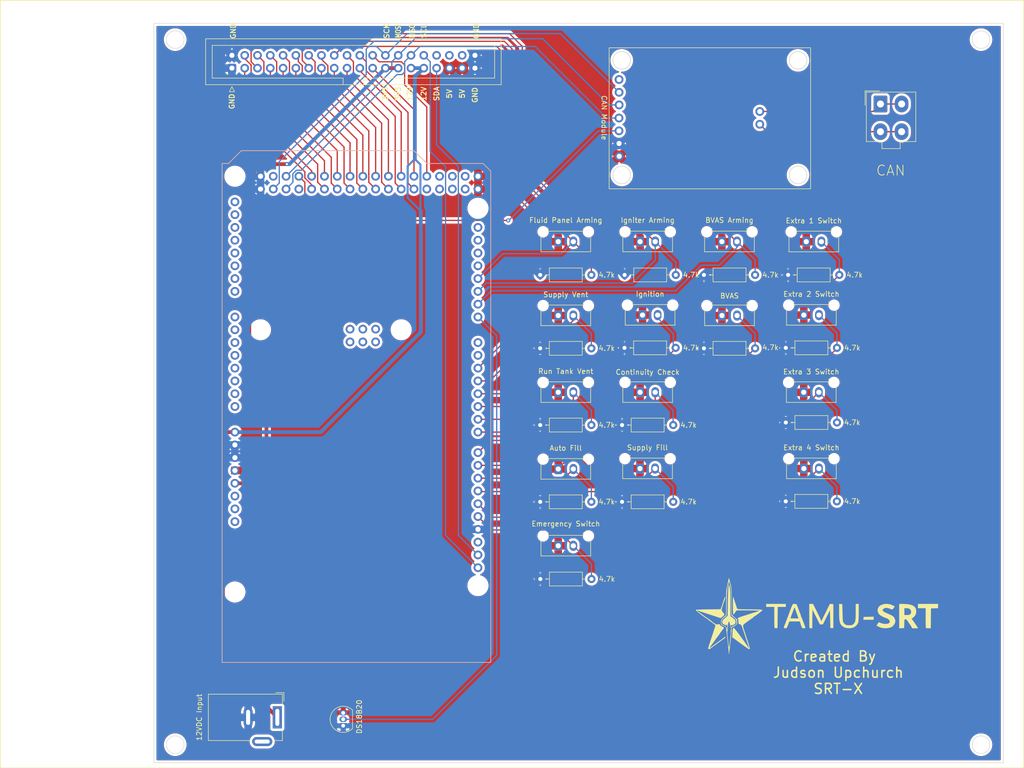
<source format=kicad_pcb>
(kicad_pcb (version 20211014) (generator pcbnew)

  (general
    (thickness 1.6)
  )

  (paper "A4")
  (layers
    (0 "F.Cu" signal)
    (31 "B.Cu" signal)
    (32 "B.Adhes" user "B.Adhesive")
    (33 "F.Adhes" user "F.Adhesive")
    (34 "B.Paste" user)
    (35 "F.Paste" user)
    (36 "B.SilkS" user "B.Silkscreen")
    (37 "F.SilkS" user "F.Silkscreen")
    (38 "B.Mask" user)
    (39 "F.Mask" user)
    (40 "Dwgs.User" user "User.Drawings")
    (41 "Cmts.User" user "User.Comments")
    (42 "Eco1.User" user "User.Eco1")
    (43 "Eco2.User" user "User.Eco2")
    (44 "Edge.Cuts" user)
    (45 "Margin" user)
    (46 "B.CrtYd" user "B.Courtyard")
    (47 "F.CrtYd" user "F.Courtyard")
    (48 "B.Fab" user)
    (49 "F.Fab" user)
    (50 "User.1" user)
    (51 "User.2" user)
    (52 "User.3" user)
    (53 "User.4" user)
    (54 "User.5" user)
    (55 "User.6" user)
    (56 "User.7" user)
    (57 "User.8" user)
    (58 "User.9" user)
  )

  (setup
    (stackup
      (layer "F.SilkS" (type "Top Silk Screen"))
      (layer "F.Paste" (type "Top Solder Paste"))
      (layer "F.Mask" (type "Top Solder Mask") (thickness 0.01))
      (layer "F.Cu" (type "copper") (thickness 0.035))
      (layer "dielectric 1" (type "core") (thickness 1.51) (material "FR4") (epsilon_r 4.5) (loss_tangent 0.02))
      (layer "B.Cu" (type "copper") (thickness 0.035))
      (layer "B.Mask" (type "Bottom Solder Mask") (thickness 0.01))
      (layer "B.Paste" (type "Bottom Solder Paste"))
      (layer "B.SilkS" (type "Bottom Silk Screen"))
      (copper_finish "None")
      (dielectric_constraints no)
    )
    (pad_to_mask_clearance 0)
    (pcbplotparams
      (layerselection 0x00010fc_ffffffff)
      (disableapertmacros false)
      (usegerberextensions true)
      (usegerberattributes true)
      (usegerberadvancedattributes true)
      (creategerberjobfile false)
      (svguseinch false)
      (svgprecision 6)
      (excludeedgelayer true)
      (plotframeref false)
      (viasonmask false)
      (mode 1)
      (useauxorigin false)
      (hpglpennumber 1)
      (hpglpenspeed 20)
      (hpglpendiameter 15.000000)
      (dxfpolygonmode true)
      (dxfimperialunits true)
      (dxfusepcbnewfont true)
      (psnegative false)
      (psa4output false)
      (plotreference true)
      (plotvalue true)
      (plotinvisibletext false)
      (sketchpadsonfab false)
      (subtractmaskfromsilk true)
      (outputformat 1)
      (mirror false)
      (drillshape 0)
      (scaleselection 1)
      (outputdirectory "Gerber Files/")
    )
  )

  (net 0 "")
  (net 1 "+5V")
  (net 2 "GND")
  (net 3 "CAN CS")
  (net 4 "MISO")
  (net 5 "MOSI")
  (net 6 "SCK")
  (net 7 "unconnected-(CM1-Pad7)")
  (net 8 "CANL")
  (net 9 "CANH")
  (net 10 "+12V")
  (net 11 "BVAS Relay LED")
  (net 12 "BVAS LED")
  (net 13 "BVAS Armed Line")
  (net 14 "Run Vent Relay LED")
  (net 15 "Igniter Continuity LED")
  (net 16 "Run Vent LED")
  (net 17 "Igniter LED")
  (net 18 "Supply Vent Relay LED")
  (net 19 "Igniter Relay LED")
  (net 20 "Supply Fill Relay LED")
  (net 21 "Igniter Armed Line")
  (net 22 "unconnected-(XA1-PadRST2)")
  (net 23 "unconnected-(XA1-PadGND4)")
  (net 24 "unconnected-(XA1-PadMOSI)")
  (net 25 "unconnected-(XA1-PadSCK)")
  (net 26 "unconnected-(XA1-Pad5V2)")
  (net 27 "unconnected-(XA1-PadA0)")
  (net 28 "Supply Fill LED")
  (net 29 "Supply Vent LED")
  (net 30 "unconnected-(XA1-PadRST1)")
  (net 31 "unconnected-(XA1-PadIORF)")
  (net 32 "unconnected-(XA1-PadD21)")
  (net 33 "unconnected-(XA1-PadD20)")
  (net 34 "unconnected-(XA1-PadD19)")
  (net 35 "unconnected-(XA1-PadD18)")
  (net 36 "unconnected-(XA1-PadD0)")
  (net 37 "unconnected-(XA1-PadD1)")
  (net 38 "SCL")
  (net 39 "SDA")
  (net 40 "unconnected-(XA1-PadAREF)")
  (net 41 "Auto Fill LED")
  (net 42 "unconnected-(XA1-PadA1)")
  (net 43 "unconnected-(XA1-PadA2)")
  (net 44 "unconnected-(XA1-PadA3)")
  (net 45 "unconnected-(XA1-PadA4)")
  (net 46 "unconnected-(XA1-PadA5)")
  (net 47 "unconnected-(XA1-PadA6)")
  (net 48 "unconnected-(XA1-PadA7)")
  (net 49 "unconnected-(XA1-PadA8)")
  (net 50 "unconnected-(XA1-PadA9)")
  (net 51 "unconnected-(XA1-PadA10)")
  (net 52 "unconnected-(XA1-PadA11)")
  (net 53 "unconnected-(XA1-PadA12)")
  (net 54 "unconnected-(XA1-PadA13)")
  (net 55 "unconnected-(XA1-PadA14)")
  (net 56 "unconnected-(XA1-PadA15)")
  (net 57 "AB COMMS LED")
  (net 58 "Engine Node COMMS LED")
  (net 59 "+3V3")
  (net 60 "Actuator Box Temp 4 Digit")
  (net 61 "4 Digit CLK")
  (net 62 "unconnected-(XA1-PadD53)")
  (net 63 "Control Box Temp 4 Digit")
  (net 64 "unconnected-(XA1-PadMISO)")
  (net 65 "Supply Vent SW")
  (net 66 "Supply Fill SW")
  (net 67 "Run Tank Vent SW")
  (net 68 "Auto Fill SW")
  (net 69 "BVAS SW")
  (net 70 "Continuity SW")
  (net 71 "Ignition SW")
  (net 72 "Emergency SW")
  (net 73 "Extra 1 SW")
  (net 74 "Extra 2 SW")
  (net 75 "Extra 3 SW")
  (net 76 "Extra 4 SW")
  (net 77 "Temp Sensor")
  (net 78 "unconnected-(XA1-PadD25)")
  (net 79 "unconnected-(XA1-PadD26)")
  (net 80 "unconnected-(XA1-PadD27)")
  (net 81 "unconnected-(XA1-PadD28)")
  (net 82 "unconnected-(XA1-PadD48)")
  (net 83 "unconnected-(XA1-PadD22)")
  (net 84 "unconnected-(XA1-PadD23)")
  (net 85 "unconnected-(XA1-PadD24)")
  (net 86 "Fluid Panel Armed Line")
  (net 87 "D36")
  (net 88 "D34")
  (net 89 "D35")
  (net 90 "D33")
  (net 91 "D31")

  (footprint "Resistor_THT:R_Axial_DIN0207_L6.3mm_D2.5mm_P10.16mm_Horizontal" (layer "F.Cu") (at 157.48 112.776))

  (footprint "Connector_Molex:Molex_Micro-Fit_3.0_43650-0215_1x02_P3.00mm_Vertical" (layer "F.Cu") (at 161.036 106.172))

  (footprint "Resistor_THT:R_Axial_DIN0207_L6.3mm_D2.5mm_P10.16mm_Horizontal" (layer "F.Cu") (at 157.988 67.725))

  (footprint "Connector_Molex:Molex_Micro-Fit_3.0_43650-0215_1x02_P3.00mm_Vertical" (layer "F.Cu") (at 144.804 75.785))

  (footprint "Resistor_THT:R_Axial_DIN0207_L6.3mm_D2.5mm_P10.16mm_Horizontal" (layer "F.Cu") (at 189.992 97.028))

  (footprint "Resistor_THT:R_Axial_DIN0207_L6.3mm_D2.5mm_P10.16mm_Horizontal" (layer "F.Cu") (at 190.452 67.725))

  (footprint "Package_TO_SOT_THT:TO-92_Inline" (layer "F.Cu") (at 102.108 157.226 90))

  (footprint "Connector_Molex:Molex_Micro-Fit_3.0_43650-0215_1x02_P3.00mm_Vertical" (layer "F.Cu") (at 177.316 75.785))

  (footprint "Resistor_THT:R_Axial_DIN0207_L6.3mm_D2.5mm_P10.16mm_Horizontal" (layer "F.Cu") (at 157.964 82.203))

  (footprint "Connector_BarrelJack:BarrelJack_Wuerth_6941xx301002" (layer "F.Cu") (at 89.027 155.575 -90))

  (footprint "Connector_Molex:Molex_Micro-Fit_3.0_43650-0215_1x02_P3.00mm_Vertical" (layer "F.Cu") (at 144.804 61.115))

  (footprint "Connector_Molex:Molex_Micro-Fit_3.0_43650-0215_1x02_P3.00mm_Vertical" (layer "F.Cu") (at 144.804 106.265))

  (footprint "Resistor_THT:R_Axial_DIN0207_L6.3mm_D2.5mm_P10.16mm_Horizontal" (layer "F.Cu") (at 141.224 112.776))

  (footprint "Connector_Molex:Molex_Micro-Fit_3.0_43650-0215_1x02_P3.00mm_Vertical" (layer "F.Cu") (at 194.056 61.121))

  (footprint "Resistor_THT:R_Axial_DIN0207_L6.3mm_D2.5mm_P10.16mm_Horizontal" (layer "F.Cu") (at 141.224 67.725))

  (footprint "Connector_Molex:Molex_Micro-Fit_3.0_43650-0215_1x02_P3.00mm_Vertical" (layer "F.Cu") (at 144.804 121.505))

  (footprint "Connector_Molex:Molex_Micro-Fit_3.0_43650-0215_1x02_P3.00mm_Vertical" (layer "F.Cu") (at 193.572 106.172))

  (footprint "Connector_Molex:Molex_Micro-Fit_3.0_43650-0215_1x02_P3.00mm_Vertical" (layer "F.Cu") (at 144.804 91.025))

  (footprint "Connector_Molex:Molex_Micro-Fit_3.0_43650-0215_1x02_P3.00mm_Vertical" (layer "F.Cu") (at 161.06 91.025))

  (footprint "Resistor_THT:R_Axial_DIN0207_L6.3mm_D2.5mm_P10.16mm_Horizontal" (layer "F.Cu") (at 189.98 112.683))

  (footprint "Connector_Molex:Molex_Mini-Fit_Jr_5566-04A_2x02_P4.20mm_Vertical" (layer "F.Cu") (at 208.788 33.782))

  (footprint "Resistor_THT:R_Axial_DIN0207_L6.3mm_D2.5mm_P10.16mm_Horizontal" (layer "F.Cu") (at 141.224 82.296))

  (footprint "Connector_Molex:Molex_Micro-Fit_3.0_43650-0215_1x02_P3.00mm_Vertical" (layer "F.Cu") (at 177.3 61.115))

  (footprint "Connector_IDC:IDC-Header_2x20_P2.54mm_Vertical" (layer "F.Cu") (at 80.01 26.6605 90))

  (footprint "Resistor_THT:R_Axial_DIN0207_L6.3mm_D2.5mm_P10.16mm_Horizontal" (layer "F.Cu") (at 157.48 97.536))

  (footprint "Connector_Molex:Molex_Micro-Fit_3.0_43650-0215_1x02_P3.00mm_Vertical" (layer "F.Cu") (at 193.548 91.025))

  (footprint "Resistor_THT:R_Axial_DIN0207_L6.3mm_D2.5mm_P10.16mm_Horizontal" (layer "F.Cu") (at 141.248 128.109))

  (footprint "Test Specific Electronics:CAN_Module" (layer "F.Cu") (at 154.915 22.619 -90))

  (footprint "Resistor_THT:R_Axial_DIN0207_L6.3mm_D2.5mm_P10.16mm_Horizontal" (layer "F.Cu") (at 173.736 82.296))

  (footprint "Resistor_THT:R_Axial_DIN0207_L6.3mm_D2.5mm_P10.16mm_Horizontal" (layer "F.Cu") (at 189.992 82.203))

  (footprint "Connector_Molex:Molex_Micro-Fit_3.0_43650-0215_1x02_P3.00mm_Vertical" (layer "F.Cu") (at 161.06 61.115))

  (footprint "Connector_Molex:Molex_Micro-Fit_3.0_43650-0215_1x02_P3.00mm_Vertical" (layer "F.Cu") (at 193.572 75.692))

  (footprint "Resistor_THT:R_Axial_DIN0207_L6.3mm_D2.5mm_P10.16mm_Horizontal" (layer "F.Cu") (at 173.736 67.725))

  (footprint "Resistor_THT:R_Axial_DIN0207_L6.3mm_D2.5mm_P10.16mm_Horizontal" (layer "F.Cu") (at 141.224 97.536))

  (footprint "Connector_Molex:Molex_Micro-Fit_3.0_43650-0215_1x02_P3.00mm_Vertical" (layer "F.Cu") (at 161.544 75.692))

  (footprint "Arduino:Arduino_Mega2560_Shield" (layer "B.Cu")
    (tedit 5A8605D3) (tstamp 207f058b-f517-472e-b0d8-39623bdb0f5e)
    (at 78.0655 144.653 90)
    (descr "https://store.arduino.cc/arduino-mega-2560-rev3")
    (property "Sheetfile" "File: Control Box.kicad_sch")
    (property "Sheetname" "")
    (path "/6c9b4d8c-0522-42e4-aef7-f00062b0a606")
    (attr through_hole)
    (fp_text reference "XA1" (at 2.54 54.356 90) (layer "B.SilkS") hide
      (effects (font (size 1 1) (thickness 0.15)) (justify mirror))
      (tstamp a701be3d-bce7-4986-9fbf-d8d90da6d053)
    )
    (fp_text value "Arduino_Mega2560_Shield" (at 15.494 54.356 90) (layer "B.Fab")
      (effects (font (size 1 1) (thickness 0.15)) (justify mirror))
      (tstamp 7c97911c-cd7a-4eb5-81ee-ae1951e7e640)
    )
    (fp_text user "." (at 62.484 32.004 90) (layer "B.SilkS") hide
      (effects (font (size 1 1) (thickness 0.15)) (justify mirror))
      (tstamp 09f7582e-b54b-4680-bb1a-8fe4bcfec258)
    )
    (fp_line (start 97.536 53.34) (end 99.06 51.816) (layer "B.SilkS") (width 0.15) (tstamp 10b9c09a-1a30-41b1-8f9a-b62dcd5bba98))
    (fp_line (start 0 0) (end 99.06 0) (layer "B.SilkS") (width 0.15) (tstamp 280c14a9-fd6e-4a9d-9807-09ff2afbc8a9))
    (fp_line (start 101.6 38.1) (end 99.06 40.64) (layer "B.SilkS") (width 0.15) (tstamp 3666f4ab-b444-4335-85ba-42fb8c7c19bf))
    (fp_line (start 101.6 3.81) (end 101.6 38.1) (layer "B.SilkS") (width 0.15) (tstamp 742ba9b9-8686-47b8-9ea7-f532b416e8c4))
    (fp_line (start 99.06 40.64) (end 99.06 51.816) (layer "B.SilkS") (width 0.15) (tstamp b16e125f-eb3c-4aeb-a4f5-2800614578cd))
    (fp_line (start 0 53.34) (end 0 0) (layer "B.SilkS") (width 0.15) (tstamp b9ef08d7-2cb5-4b3c-8bd3-5caa6a7a8a3d))
    (fp_line (start 99.06 0) (end 99.06 1.27) (layer "B.SilkS") (width 0.15) (tstamp bba0cae2-d5d2-4248-a041-4868694e18f2))
    (fp_line (start 99.06 1.27) (end 101.6 3.81) (layer "B.SilkS") (width 0.15) (tstamp c709eaf9-38ec-4aa6-a5cb-a425d713c0f0))
    (fp_line (start 0 53.34) (end 97.536 53.34) (layer "B.SilkS") (width 0.15) (tstamp fcad2d89-4968-4291-99eb-6b494a27710f))
    (fp_line (start -1.905 12.065) (end 11.43 12.065) (layer "F.CrtYd") (width 0.15) (tstamp 13b9438b-d891-4aad-a0eb-24dbbd755360))
    (fp_line (start 11.43 12.065) (end 11.43 3.175) (layer "F.CrtYd") (width 0.15) (tstamp 24f39331-eb84-419e-be02-d73d8483a1f9))
    (fp_line (start 9.525 32.385) (end -6.35 32.385) (layer "F.CrtYd") (width 0.15) (tstamp 61987488-26d9-4e98-9290-f374cd1c1b17))
    (fp_line (start 9.525 43.815) (end -6.35 43.815) (layer "F.CrtYd") (width 0.15) (tstamp 6408f319-046d-45c7-8ded-4ba0587bf78b))
    (fp_line (start 9.525 43.815) (end 9.525 32.385) (layer "F.CrtYd") (width 0.15) (tstamp 6fa0e204-a0b9-415d-8913-3c9939d41eeb))
    (fp_line (start -1.905 12.065) (end -1.905 3.175) (layer "F.CrtYd") (width 0.15) (tstamp 975fc6c3-ac55-4851-9447-542895aca18f))
    (fp_line (start -1.905 3.175) (end 11.43 3.175) (layer "F.CrtYd") (width 0.15) (tstamp cf53db30-2cba-4b73-a41a-4f5f6a4645b4))
    (fp_line (start -6.35 43.815) (end -6.35 32.385) (layer "F.CrtYd") (width 0.15) (tstamp f04f5fed-8fec-4d2e-8c99-425a4c381a11))
    (pad "" np_thru_hole circle locked (at 15.24 50.8 90) (size 3.2 3.2) (drill 3.2) (layers *.Cu *.Mask) (tstamp 267cc141-5e78-4b3e-9b09-0f64f5cc4d71))
    (pad "" np_thru_hole circle locked (at 66.04 7.62 90) (size 3.2 3.2) (drill 3.2) (layers *.Cu *.Mask) (tstamp 27ee5cfe-b017-46b4-ab24-c0a36faf9aac))
    (pad "" thru_hole oval locked (at 27.94 2.54 90) (size 1.7272 1.7272) (drill 1.016) (layers *.Cu *.Mask) (tstamp 2ad2aa2e-810a-4d63-8a5d-61f3c5966368))
    (pad "" np_thru_hole circle locked (at 66.04 35.56 90) (size 3.2 3.2) (drill 3.2) (layers *.Cu *.Mask) (tstamp 8a3b07df-94ca-4d25-9f6f-3044b2c7f230))
    (pad "" np_thru_hole circle locked (at 90.17 50.8 90) (size 3.2 3.2) (drill 3.2) (layers *.Cu *.Mask) (tstamp b1d3f195-b34d-4650-bacc-79a0ca37c0dd))
    (pad "" np_thru_hole circle locked (at 13.97 2.54 90) (size 3.2 3.2) (drill 3.2) (layers *.Cu *.Mask) (tstamp b386e0ac-48e7-4c80-8119-83fa6abbd316))
    (pad "" np_thru_hole circle locked (at 96.52 2.54 90) (size 3.2 3.2) (drill 3.2) (layers *.Cu *.Mask) (tstamp f0f492a4-2148-453f-b886-843648a61e7a))
    (pad "3V3" thru_hole oval locked (at 35.56 2.54 90) (size 1.7272 1.7272) (drill 1.016) (layers *.Cu *.Mask)
      (net 59 "+3V3") (pinfunction "3.3V") (pintype "power_in") (tstamp 5c777de3-e77c-49e2-8f07-735aae7e5d4e))
    (pad "5V1" thru_hole oval locked (at 38.1 2.54 90) (size 1.7272 1.7272) (drill 1.016) (layers *.Cu *.Mask)
      (net 1 "+5V") (pinfunction "5V") (pintype "power_in") (tstamp 316f0210-2ea2-4b45-bed2-df313919e5dd))
    (pad "5V2" thru_hole oval locked (at 66.167 30.48 90) (size 1.7272 1.7272) (drill 1.016) (layers *.Cu *.Mask)
      (net 26 "unconnected-(XA1-Pad5V2)") (pinfunction "SPI_5V") (pintype "power_in") (tstamp 3d7a2809-1470-4f96-a0a4-34e46e8e503a))
    (pad "5V3" thru_hole oval locked (at 93.98 50.8 90) (size 1.7272 1.7272) (drill 1.016) (layers *.Cu *.Mask)
      (net 1 "+5V") (pinfunction "5V") (pintype "power_in") (tstamp 487bc838-2f66-498b-8b29-0aed6d888f75))
    (pad "5V4" thru_hole oval locked (at 96.52 50.8 90) (size 1.7272 1.7272) (drill 1.016) (layers *.Cu *.Mask)
      (net 1 "+5V") (pinfunction "5V") (pintype "power_in") (tstamp 2e531443-cb26-4ab6-a607-69263ed6cd98))
    (pad "A0" thru_hole oval locked (at 50.8 2.54 90) (size 1.7272 1.7272) (drill 1.016) (layers *.Cu *.Mask)
      (net 27 "unconnected-(XA1-PadA0)") (pinfunction "A0") (pintype "bidirectional") (tstamp efda425f-d0a4-47e3-99e9-6888d6200620))
    (pad "A1" thru_hole oval locked (at 53.34 2.54 90) (size 1.7272 1.7272) (drill 1.016) (layers *.Cu *.Mask)
      (net 42 "unconnected-(XA1-PadA1)") (pinfunction "A1") (pintype "bidirectional") (tstamp 38ae017c-0f89-48a5-873c-3034596acfa8))
    (pad "A2" thru_hole oval locked (at 55.88 2.54 90) (size 1.7272 1.7272) (drill 1.016) (layers *.Cu *.Mask)
      (net 43 "unconnected-(XA1-PadA2)") (pinfunction "A2") (pintype "bidirectional") (tstamp 952d1ccd-8d03-403d-a38e-c9990dcf07ff))
    (pad "A3" thru_hole oval locked (at 58.42 2.54 90) (size 1.7272 1.7272) (drill 1.016) (layers *.Cu *.Mask)
      (net 44 "unconnected-(XA1-PadA3)") (pinfunction "A3") (pintype "bidirectional") (tstamp bc36234f-d4ad-4f87-b495-7a6f32bf7532))
    (pad "A4" thru_hole oval locked (at 60.96 2.54 90) (size 1.7272 1.7272) (drill 1.016) (layers *.Cu *.Mask)
      (net 45 "unconnected-(XA1-PadA4)") (pinfunction "A4") (pintype "bidirectional") (tstamp 14c23804-fb0d-4184-b90c-22e40f7d9eb3))
    (pad "A5" thru_hole oval locked (at 63.5 2.54 90) (size 1.7272 1.7272) (drill 1.016) (layers *.Cu *.Mask)
      (net 46 "unconnected-(XA1-PadA5)") (pinfunction "A5") (pintype "bidirectional") (tstamp b938bb10-2829-4102-b186-0dfd3e969650))
    (pad "A6" thru_hole oval locked (at 66.04 2.54 90) (size 1.7272 1.7272) (drill 1.016) (layers *.Cu *.Mask)
      (net 47 "unconnected-(XA1-PadA6)") (pinfunction "A6") (pintype "bidirectional") (tstamp 422bad6a-c5ff-47be-a46d-cec8b2a18b39))
    (pad "A7" thru_hole oval locked (at 68.58 2.54 90) (size 1.7272 1.7272) (drill 1.016) (layers *.Cu *.Mask)
      (net 48 "unconnected-(XA1-PadA7)") (pinfunction "A7") (pintype "bidirectional") (tstamp a5f99459-4a6f-4af3-b187-2e0ca676a4aa))
    (pad "A8" thru_hole oval locked (at 73.66 2.54 90) (size 1.7272 1.7272) (drill 1.016) (layers *.Cu *.Mask)
      (net 49 "unconnected-(XA1-PadA8)") (pinfunction "A8") (pintype "bidirectional") (tstamp 5b365783-d90a-42c0-a88d-9497ec494a2b))
    (pad "A9" thru_hole oval locked (at 76.2 2.54 90) (size 1.7272 1.7272) (drill 1.016) (layers *.Cu *.Mask)
      (net 50 "unconnected-(XA1-PadA9)") (pinfunction "A9") (pintype "bidirectional") (tstamp 31802d76-f5b5-4b43-ae53-5b9431affb12))
    (pad "A10" thru_hole oval locked (at 78.74 2.54 90) (size 1.7272 1.7272) (drill 1.016) (layers *.Cu *.Mask)
      (net 51 "unconnected-(XA1-PadA10)") (pinfunction "A10") (pintype "bidirectional") (tstamp f7d91734-c619-4b32-8a98-0267861fbef0))
    (pad "A11" thru_hole oval locked (at 81.28 2.54 90) (size 1.7272 1.7272) (drill 1.016) (layers *.Cu *.Mask)
      (net 52 "unconnected-(XA1-PadA11)") (pinfunction "A11") (pintype "bidirectional") (tstamp c89f3f08-119c-4e76-8633-02fcf87e1855))
    (pad "A12" thru_hole oval locked (at 83.82 2.54 90) (size 1.7272 1.7272) (drill 1.016) (layers *.Cu *.Mask)
      (net 53 "unconnected-(XA1-PadA12)") (pinfunction "A12") (pintype "bidirectional") (tstamp 7e669809-cdb3-45c8-9565-f5c1d712123e))
    (pad "A13" thru_hole oval locked (at 86.36 2.54 90) (size 1.7272 1.7272) (drill 1.016) (layers *.Cu *.Mask)
      (net 54 "unconnected-(XA1-PadA13)") (pinfunction "A13") (pintype "bidirectional") (tstamp e3658aaf-4fe4-4dd5-ae3e-536ac1f5eb13))
    (pad "A14" thru_hole oval locked (at 88.9 2.54 90) (size 1.7272 1.7272) (drill 1.016) (layers *.Cu *.Mask)
      (net 55 "unconnected-(XA1-PadA14)") (pinfunction "A14") (pintype "bidirectional") (tstamp 86e57a9d-200b-46b0-86be-e00345e9abfb))
    (pad "A15" thru_hole oval locked (at 91.44 2.54 90) (size 1.7272 1.7272) (drill 1.016) (layers *.Cu *.Mask)
      (net 56 "unconnected-(XA1-PadA15)") (pinfunction "A15") (pintype "bidirectional") (tstamp 04595e7b-ef09-4a15-84fa-07d38720c14d))
    (pad "AREF" thru_hole oval locked (at 23.876 50.8 90) (size 1.7272 1.7272) (drill 1.016) (layers *.Cu *.Mask)
      (net 40 "unconnected-(XA1-PadAREF)") (pinfunction "AREF") (pintype "input") (tstamp b8229688-b5c3-418a-994b-429377b5e85d))
    (pad "D0" thru_hole oval locked (at 63.5 50.8 90) (size 1.7272 1.7272) (drill 1.016) (layers *.Cu *.Mask)
      (net 36 "unconnected-(XA1-PadD0)") (pinfunction "D0_RX0") (pintype "bidirectional") (tstamp 2b0dafc9-7f92-4623-aa87-2ccec2ff6cd1))
    (pad "D1" thru_hole oval locked (at 60.96 50.8 90) (size 1.7272 1.7272) (drill 1.016) (layers *.Cu *.Mask)
      (net 37 "unconnected-(XA1-PadD1)") (pinfunction "D1_TX0") (pintype "bidirectional") (tstamp 61086cb0-0449-444b-94e0-097080f3c79a))
    (pad "D2" thru_hole oval locked (at 58.42 50.8 90) (size 1.7272 1.7272) (drill 1.016) (layers *.Cu *.Mask)
      (net 73 "Extra 1 SW") (pinfunction "D2_INT0") (pintype "bidirectional") (tstamp ac71a75b-8fb4-4b4b-a3b7-1c6b4673508e))
    (pad "D3" thru_hole oval locked (at 55.88 50.8 90) (size 1.7272 1.7272) (drill 1.016) (layers *.Cu *.Mask)
      (net 65 "Supply Vent SW") (pinfunction "D3_INT1") (pintype "bidirectional") (tstamp 71c2a5b2-93d1-4764-abc6-e70622e14ec5))
    (pad "D4" thru_hole oval locked (at 53.34 50.8 90) (size 1.7272 1.7272) (drill 1.016) (layers *.Cu *.Mask)
      (net 71 "Ignition SW") (pinfunction "D4") (pintype "bidirectional") (tstamp 2bee88c9-c86f-40aa-9acf-4ef8ed185e64))
    (pad "D5" thru_hole oval locked (at 50.8 50.8 90) (size 1.7272 1.7272) (drill 1.016) (layers *.Cu *.Mask)
      (net 69 "BVAS SW") (pinfunction "D5") (pintype "bidirectional") (tstamp fc0500c2-8157-4fe0-afb9-fe8986f9d5d0))
    (pad "D6" thru_hole oval locked (at 48.26 50.8 90) (size 1.7272 1.7272) (drill 1.016) (layers *.Cu *.Mask)
      (net 74 "Extra 2 SW") (pinfunction "D6") (pintype "bidirectional") (tstamp a2e0485f-90b3-41cf-8306-cf4b681c6bec))
    (pad "D7" thru_hole oval locked (at 45.72 50.8 90) (size 1.7272 1.7272) (drill 1.016) (layers *.Cu *.Mask)
      (net 67 "Run Tank Vent SW") (pinfunction "D7") (pintype "bidirectional") (tstamp c6cecd79-d269-41f8-8f5d-d043bcb44aba))
    (pad "D8" thru_hole oval locked (at 41.656 50.8 90) (size 1.7272 1.7272) (drill 1.016) (layers *.Cu *.Mask)
      (net 70 "Continuity SW") (pinfunction "D8") (pintype "bidirectional") (tstamp dbc5ed0a-17d4-485a-9872-5816632672dc))
    (pad "D9" thru_hole oval locked (at 39.116 50.8 90) (size 1.7272 1.7272) (drill 1.016) (layers *.Cu *.Mask)
      (net 75 "Extra 3 SW") (pinfunction "D9") (pintype "bidirectional") (tstamp 91a2bf05-4606-4079-b52e-c0bdfa992457))
    (pad "D10" thru_hole oval locked (at 36.576 50.8 90) (size 1.7272 1.7272) (drill 1.016) (layers *.Cu *.Mask)
      (net 68 "Auto Fill SW") (pinfunction "D10") (pintype "bidirectional") (tstamp 87aba4f6-a8c0-4b87-ac27-3e8f56ce42b8))
    (pad "D11" thru_hole oval locked (at 34.036 50.8 90) (size 1.7272 1.7272) (drill 1.016) (layers *.Cu *.Mask)
      (net 66 "Supply Fill SW") (pinfunction "D11") (pintype "bidirectional") (tstamp ad39012c-38cc-4f4f-a9f3-68bba4848ab6))
    (pad "D12" thru_hole oval locked (at 31.496 50.8 90) (size 1.7272 1.7272) (drill 1.016) (layers *.Cu *.Mask)
      (net 76 "Extra 4 SW") (pinfunction "D12") (pintype "bidirectional") (tstamp 866192b0-2c3a-4fd8-a443-6ccaaf2efa6d))
    (pad "D13" thru_hole oval locked (at 28.956 50.8 90) (size 1.7272 1.7272) (drill 1.016) (layers *.Cu *.Mask)
      (net 72 "Emergency SW") (pinfunction "D13") (pintype "bidirectional") (tstamp 9a8e12d1-bb82-4f75-bf35-9f66104b47e2))
    (pad "D14" thru_hole oval locked (at 68.58 50.8 90) (size 1.7272 1.7272) (drill 1.016) (layers *.Cu *.Mask)
      (net 77 "Temp Sensor") (pinfunction "D14_TX3") (pintype "bidirectional") (tstamp c9ac7faf-42f5-41a3-83ae-e06ab653951e))
    (pad "D15" thru_hole oval locked (at 71.12 50.8 90) (size 1.7272 1.7272) (drill 1.016) (layers *.Cu *.Mask)
      (net 13 "BVAS Armed Line") (pinfunction "D15_RX3") (pintype "bidirectional") (tstamp 61edcff2-6b2e-41be-ae6b-939507fd68ee))
    (pad "D16" thru_hole oval locked (at 73.66 50.8 90) (size 1.7272 1.7272) (drill 1.016) (layers *.Cu *.Mask)
      (net 21 "Igniter Armed Line") (pinfunction "D16_TX2") (pintype "bidirectional") (tstamp 6d3c35bd-a69e-4324-bd76-8005d7b514ae))
    (pad "D17" thru_hole oval locked (at 76.2 50.8 90) (size 1.7272 1.7272) (drill 1.016) (layers *.Cu *.Mask)
      (net 86 "Fluid Panel Armed Line") (pinfunction "D17_RX2") (pintype "bidirectional") (tstamp 6c5bdc7d-057c-4836-9250-951a5f27d317))
    (pad "D18" thru_hole oval locked (at 78.74 50.8 90) (size 1.7272 1.7272) (drill 1.016) (layers *.Cu *.Mask)
      (net 35 "unconnected-(XA1-PadD18)") (pinfunction "D18_TX1") (pintype "bidirectional") (tstamp b7104ee8-54d6-434b-b9d1-b17547183d8d))
    (pad "D19" thru_hole oval locked (at 81.28 50.8 90) (size 1.7272 1.7272) (drill 1.016) (layers *.Cu *.Mask)
      (net 34 "unconnected-(XA1-PadD19)") (pinfunction "D19_RX1") (pintype "bidirectional") (tstamp 46044fb7-bd45-4e82-857b-00491f116146))
    (pad "D20" thru_hole oval locked (at 83.82 50.8 90) (size 1.7272 1.7272) (drill 1.016) (layers *.Cu *.Mask)
      (net 33 "unconnected-(XA1-PadD20)") (pinfunction "D20_SDA") (pintype "bidirectional") (tstamp c59f0f2b-542b-4c1f-9e37-a015b604c3d4))
    (pad "D21" thru_hole oval locked (at 86.36 50.8 90) (size 1.7272 1.7272) (drill 1.016) (layers *.Cu *.Mask)
      (net 32 "unconnected-(XA1-PadD21)") (pinfunction "D21_SCL") (pintype "bidirectional") (tstamp 5cb124ae-d693-44c9-a1d2-c77c19bf6756))
    (pad "D22" thru_hole oval locked (at 93.98 48.26 90) (size 1.7272 1.7272) (drill 1.016) (layers *.Cu *.Mask)
      (net 83 "unconnected-(XA1-PadD22)") (pinfunction "D22") (pintype "bidirectional") (tstamp c71461f7-ab95-4458-9b76-110529b0f9af))
    (pad "D23" thru_hole oval locked (at 96.52 48.26 90) (size 1.7272 1.7272) (drill 1.016) (layers *.Cu *.Mask)
      (net 84 "unconnected-(XA1-PadD23)") (pinfunction "D23") (pintype "bidirectional") (tstamp 1bb34d63-1b31-4a7a-a6bf-fb3beda742e0))
    (pad "D24" thru_hole oval locked (at 93.98 45.72 90) (size 1.7272 1.7272) (drill 1.016) (layers *.Cu *.Mask)
      (net 85 "unconnected-(XA1-PadD24)") (pinfunction "D24") (pintype "bidirectional") (tstamp 4938128e-d9db-4536-9515-2c4b736ddd9e))
    (pad "D25" thru_hole oval locked (at 96.52 45.72 90) (size 1.7272 1.7272) (drill 1.016) (layers *.Cu *.Mask)
      (net 78 "unconnected-(XA1-PadD25)") (pinfunction "D25") (pintype "bidirectional") (tstamp 0734654a-d67a-4728-a77c-b39619347681))
    (pad "D26" thru_hole oval locked (at 93.98 43.18 90) (size 1.7272 1.7272) (drill 1.016) (layers *.Cu *.Mask)
      (net 79 "unconnected-(XA1-PadD26)") (pinfunction "D26") (pintype "bidirectional") (tstamp 854fa6d0-41c1-4bce-bfe2-3876c24d4eea))
    (pad "D27" thru_hole oval locked (at 96.52 43.18 90) (size 1.7272 1.7272) (drill 1.016) (layers *.Cu *.Mask)
      (net 80 "unconnected-(XA1-PadD27)") (pinfunction "D27") (pintype "bidirectional") (tstamp 04dbf1be-0968-4fa2-bfd5-be4ac08841fb))
    (pad "D28" thru_hole oval locked (at 93.98 40.64 90) (size 1.7272 1.7272) (drill 1.016) (layers *.Cu *.Mask)
      (net 81 "unconnected-(XA1-PadD28)") (pinfunction "D28") (pintype "bidirectional") (tstamp 6ec962b0-d8b8-410d-96ff-709b666108e6))
    (pad "D29" thru_hole oval locked (at 96.52 40.64 90) (size 1.7272 1.7272) (drill 1.016) (layers *.Cu *.Mask)
      (net 58 "Engine Node COMMS LED") (pinfunction "D29") (pintype "bidirectional") (tstamp 5691d54a-8c11-4ace-8868-ff31a2263a2c))
    (pad "D30" thru_hole oval locked (at 93.98 38.1 90) (size 1.7272 1.7272) (drill 1.016) (layers *.Cu *.Mask)
      (net 57 "AB COMMS LED") (pinfunction "D30") (pintype "bidirectional") (tstamp dd3b88e0-9808-44d4-ad6f-b40ce1433180))
    (pad "D31" thru_hole oval locked (at 96.52 38.1 90) (size 1.7272 1.7272) (drill 1.016) (layers *.Cu *.Mask)
      (net 91 "D31") (pinfunction "D31") (pintype "bidirectional") (tstamp 6b881893-7ecc-42d1-9778-137e3c6c0ade))
    (pad "D32" thru_hole oval locked (at 93.98 35.56 90) (size 1.7272 1.7272) (drill 1.016) (layers *.Cu *.Mask)
      (net 41 "Auto Fill LED") (pinfunction "D32") (pintype "bidirectional") (tstamp 760b2445-0aed-4541-87bf-c8fb8092b3ab))
    (pad "D33" thru_hole oval locked (at 96.52 35.56 90) (size 1.7272 1.7272) (drill 1.016) (layers *.Cu *.Mask)
      (net 90 "D33") (pinfunction "D33") (pintype "bidirectional") (tstamp a5625a76-dee7-4512-9071-903556b6fd7d))
    (pad "D34" thru_hole oval locked (at 93.98 33.02 90) (size 1.7272 1.7272) (drill 1.016) (layers *.Cu *.Mask)
      (net 88 "D34") (pinfunction "D34") (pintype "bidirectional") (tstamp 2ca246ca-16b4-4ffd-8ddf-709471d2f3b6))
    (pad "D35" thru_hole oval locked (at 96.52 33.02 90) (size 1.7272 1.7272) (drill 1.016) (layers *.Cu *.Mask)
      (net 89 "D35") (pinfunction "D35") (pintype "bidirectional") (tstamp 6e94c346-2c32-4edf-a993-813c9249defb))
    (pad "D36" thru_hole oval locked (at 93.98 30.48 90) (size 1.7272 1.7272) (drill 1.016) (layers *.Cu *.Mask)
      (net 87 "D36") (pinfunction "D36") (pintype "bidirectional") (tstamp e4538b18-95e5-4089-b8b4-cc83a941011f))
    (pad "D37" thru_hole oval locked (at 96.52 30.48 90) (size 1.7272 1.7272) (drill 1.016) (layers *.Cu *.Mask)
      (net 29 "Supply Vent LED") (pinfunction "D37") (pintype "bidirectional") (tstamp 7dcbb17a-d1c3-4c98-9b6e-a00733aa69cc))
    (pad "D38" thru_hole oval locked (at 93.98 27.94 90) (size 1.7272 1.7272) (drill 1.016) (layers *.Cu *.Mask)
      (net 20 "Supply Fill Relay LED") (pinfunction "D38") (pintype "bidirectional") (tstamp ddfd5bf8-fedb-43a0-aa35-23d26f7433a0))
    (pad "D39" thru_hole oval locked (at 96.52 27.94 90) (size 1.7272 1.7272) (drill 1.016) (layers *.Cu *.Mask)
      (net 28 "Supply Fill LED") (pinfunction "D39") (pintype "bidirectional") (tstamp 2d3213bd-d336-4f29-bf7e-01e1760b3764))
    (pad "D40" thru_hole oval locked (at 93.98 25.4 90) (size 1.7272 1.7272) (drill 1.016) (layers *.Cu *.Mask)
      (net 18 "Supply Vent Relay LED") (pinfunction "D40") (pintype "bidirectional") (tstamp 2421f1ae-a0f0-4dbb-b2ae-ff12e4f4978d))
    (pad "D41" thru_hole oval locked (at 96.52 25.4 90) (size 1.7272 1.7272) (drill 1.016) (layers *.Cu *.Mask)
      (net 19 "Igniter Relay LED") (pinfunction "D41") (pintype "bidirectional") (tstamp 96091cdc-66e7-4e66-b20b-1262fe8392b3))
    (pad "D42" thru_hole oval locked (at 93.98 22.86 90) (size 1.7272 1.7272) (drill 1.016) (layers *.Cu *.Mask)
      (net 16 "Run Vent LED") (pinfunction "D42") (pintype "bidirectional") (tstamp c7f96c39-9bf4-4ec4-aa61-4fa8d83251d1))
    (pad "D43" thru_hole oval locked (at 96.52 22.86 90) (size 1.7272 1.7272) (drill 1.016) (layers *.Cu *.Mask)
      (net 17 "Igniter LED") (pinfunction "D43") (pintype "bidirectional") (tstamp b820599c-4162-4920-a0ae-30233c08fd47))
    (pad "D44" thru_hole oval locked (at 93.98 20.32 90) (size 1.7272 1.7272) (drill 1.016) (layers *.Cu *.Mask)
      (net 14 "Run Vent Relay LED") (pinfunction "D44") (pintype "bidirectional") (tstamp c211370d-9df1-4851-a954-13d36d570bef))
    (pad "D45" thru_hole oval locked (at 96.52 20.32 90) (size 1.7272 1.7272) (drill 1.016) (layers *.Cu *.Mask)
      (net 15 "Igniter Continuity LED") (pinfunction "D45") (pintype "bidirectional") (tstamp 301f922f-b5b9-45f1-a62b-647d10a89f4a))
    (pad "D46" thru_hole oval locked (at 93.98 17.78 90) (size 1.7272 1.7272) (drill 1.016) (layers *.Cu *.Mask)
      (net 11 "BVAS Relay LED") (pinfunction "D46") (pintype "bidirectional") (tstamp 0ca375dd-3d0c-496c-ad29-0789279b4c9c))
    (pad "D47" thru_hole oval locked (at 96.52 17.78 90) (size 1.7272 1.7272) (drill 1.016) (layers *.Cu *.Mask)
      (net 12 "BVAS LED") (pinfunction "D47") (pintype "bidirectional") (tstamp ff86eb45-362d-4695-8d3b-a72a380f42b5))
    (pad "D48" thru_hole oval locked (at 93.98 15.24 90) (size 1.7272 1.7272) (drill 1.016) (layers *.Cu *.Mask)
      (net 82 "unconnected-(XA1-PadD48)") (pinfunction "D48") (pintype "bidirectional") (tstamp c81d18dc-5627-49e7-9ac8-8615721f55ed))
    (pad "D49" thru_hole oval locked (at 96.52 15.24 90) (size 1.7272 1.7272) (drill 1.016) (layers *.Cu *.Mask)
      (net 3 "CAN CS") (pinfunction "D49") (pintype "bidirectional") (tstamp ce571651-4487-42e6-8053-f07e1e653a30))
    (pad "D50" thru_hole oval locked (at 93.98 12.7 90) (size 1.7272 1.7272) (drill 1.016) (layers *.Cu *.Mask)
      (net 4 "MISO") (pinfunction "D50") (pintype "bidirectional") (tstamp 07c2189b-3712-41ab-896b-f29c5ae7f56f))
    (pad "D51" thru_hole oval locked (at 96.52 12.7 90) (size 1.7272 1.7272) (drill 1.016) (layers *.Cu *.Mask)
      (net 5 "MOSI") (pinfunction "D51") (pintype "bidirectional") (tstamp 98116505-c1e8-4240-99c9-35519573a3d1))
    (pad "D52" thru_hole oval locked (at 93.98 10.16 90) (size 1.7272 1.7272) (drill 1.016) (layers *.Cu *.Mask)
      (net 6 "SCK") (pinfunction "D52") (pintype "bidirectional") (tstamp df326365-4e7d-4a5a-bcdc-53d1e2244b28))
    (pad "D53" thru_hole oval locked (at 96.52 10.16 90) (size 1.7272 1.7272) (drill 1.016) (layers *.Cu *.Mask)
      (net 62 "unconnected-(XA1-PadD53)") (pinfunction "D53_SS") (pintype "bidirectional") (tstamp 4096537f-ddd5-4f2c-934c-8562b5edea8e))
    (pad "GND1" thru_hole oval locked (at 26.416 50.8 90) (size 1.7272 1.7272) (drill 1.016) (layers *.Cu *.Mask)
      (net 2 "GND") (pinfunction "GND") (pintype "power_in") (tstamp d942860e-a39d-4fa7-972d-f962b9f68b22))
    (pad "GND2" thru_hole oval locked (at 40.64 2.54 90) (size 1.7272 1.7272) (drill 1.016) (layers *.Cu *.Mask)
      (net 2 "GND") (pinfunction "GND") (pintype "power_in") (tstamp 54f4c13c-ec5b-41f9-80c5-015243fea299))
    (pad "GND3" thru_hole oval locked (at 43.18 2.54 90) (size 1.7272 1.7272) (drill 1.016) (layers *.Cu *.Mask)
      (net 2 "GND") (pinfunction "GND") (pintype "power_in") (tstamp 3c9f28d3-2f3f-46b1-aec7-66fc3ea568c4))
    (pad "GND4" thru_hole oval locked (at 66.167 25.4 90) (size 1.7272 1.7272) (drill 1.016) (layers *.Cu *.Mask)
      (net 23 "unconnected-(XA1-PadGND4)") (pinfunction "SPI_GND") (pintype "power_in") (tstamp 3fd224b4-72e5-4f7b-9913-76e459add5ed))
    (pad "GND5" thru_hole oval locked (at 93.98 7.62 90) (size 1.7272 1.7272) (drill 1.016) (layers *.Cu *.Mask)
      (net 2 "GND") (pinfunction "GND") (pintype "power_in") (tstamp 5d3ea358-71a5-4f36-92bb-25f014690d89))
    (pad "GND6" thru_hole oval locked (at 96.52 7.62 90) (size 1.7272 1.7272) (drill 1.016) (layers *.Cu *.Mask)
      (net 2 "GND") (pinfunction "GND") (pintype "power_in") (tstamp 4058c8c3-14bb-46cb-b113-98cf2b39db03))
    (pad "IORF" thru_hole oval locked (at 30.48 2.54 90) (size 1.7272 1.7272) (drill 1.016) (layers *.Cu *.Mask)
      (net 31 "unconnected-(XA1-PadIORF)") (pinfunction "IOREF") (pintype "output") (tstamp a614d89a-4b69-4d93-a07c-5a63b68b7102))
    (pad "MISO" thru_hole oval locked (at 63.627 30.48 90) (size 1.7272 1.7272) (drill 1.016) (layers *.Cu *.Mask)
      (net 64 "unconnected-(XA1-PadMISO)") (pinfunction "SPI_MISO") (pintype "input") (tstamp 2998e6b5-0fd1-4a6f-ad3d-1b8ce88418ce))
    (pad "MOSI" thru_hole oval locked (at 66.167 27.94 90) (size 1.7272 1.7272) (drill 1.016) (layers *.Cu *.Mask)
      (net 24 "unconnected-(XA1-PadMOSI)") (pinfunction "SPI_MOSI") (pintype "output") (tstamp 96b91e8c-259a-4409-a9c9-4c30704529a5))
    (pad "RST1" thru_hole oval locked (at 33.02 2.54 90) (size 1.7272 1.7272) (dr
... [1369493 chars truncated]
</source>
